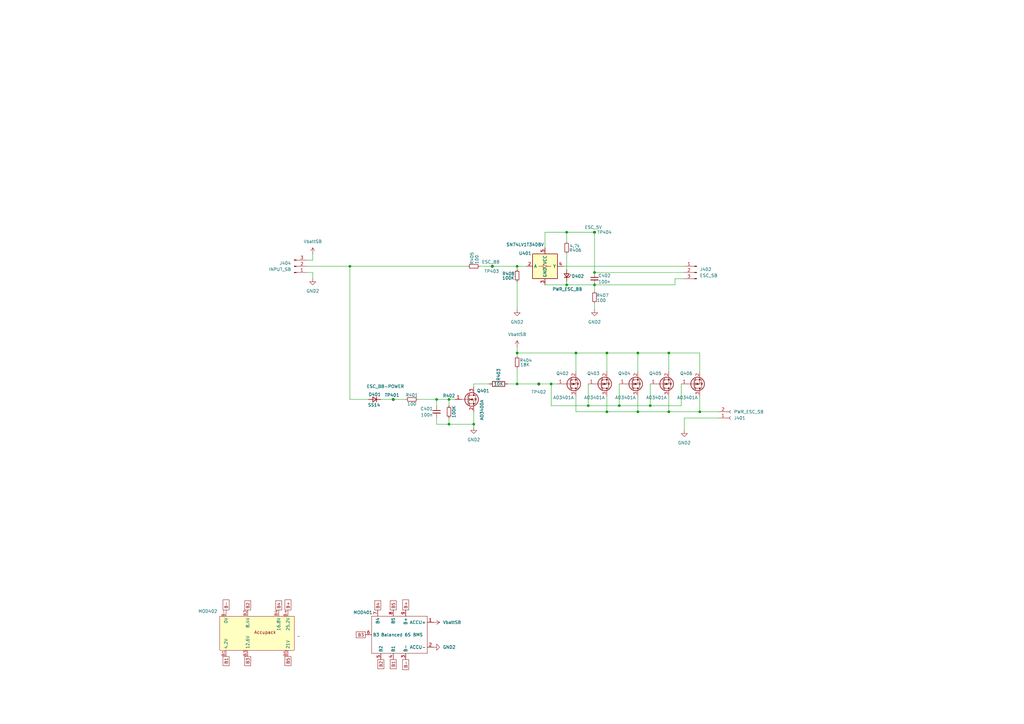
<source format=kicad_sch>
(kicad_sch (version 20231120) (generator "eeschema") (generator_version "8.0")
  (paper "A3")
  (lib_symbols
    (symbol "+3.3V_1" (power) (pin_numbers hide) (pin_names (offset 0) hide)
      (property "Value" "+3.3V" (at 0 3.556 0))
      (symbol "+3.3V_1_0_1"
        (polyline (pts (xy -0.762 1.27) (xy 0 2.54)))
        (polyline (pts (xy 0 0) (xy 0 2.54)))
        (polyline (pts (xy 0 2.54) (xy 0.762 1.27)))
      )
      (symbol "+3.3V_1_1_1"
        (pin power_in line (at 0 0 90) (length 0) (name "~") (number "1"))
      )
    )
    (symbol "Connector:Conn_01x02_Socket" (pin_names (offset 1.016) hide)
      (property "Reference" "J" (at 0 2.54 0))
      (property "Value" "Conn_01x02_Socket" (at 0 -5.08 0))
      (symbol "Conn_01x02_Socket_1_1"
        (arc (start 0 -2.032) (mid -0.5058 -2.54) (end 0 -3.048) (stroke (width 0.1524)))
        (polyline (pts (xy -1.27 -2.54) (xy -0.508 -2.54)) (stroke (width 0.1524)))
        (polyline (pts (xy -1.27 0) (xy -0.508 0)) (stroke (width 0.1524)))
        (arc (start 0 0.508) (mid -0.5058 0) (end 0 -0.508) (stroke (width 0.1524)))
        (pin passive line (at -5.08 0 0) (length 3.81) (name "Pin_1") (number "1"))
        (pin passive line (at -5.08 -2.54 0) (length 3.81) (name "Pin_2") (number "2"))
      )
    )
    (symbol "Connector:Conn_01x03_Pin" (pin_names (offset 1.016) hide)
      (property "Reference" "J" (at 0 5.08 0))
      (property "Value" "Conn_01x03_Pin" (at 0 -5.08 0))
      (symbol "Conn_01x03_Pin_1_1"
        (polyline (pts (xy 1.27 -2.54) (xy 0.8636 -2.54)) (stroke (width 0.1524)))
        (polyline (pts (xy 1.27 0) (xy 0.8636 0)) (stroke (width 0.1524)))
        (polyline (pts (xy 1.27 2.54) (xy 0.8636 2.54)) (stroke (width 0.1524)))
        (rectangle (start 0.8636 -2.413) (end 0 -2.667) (stroke (width 0.1524)) (fill (type outline)))
        (rectangle (start 0.8636 0.127) (end 0 -0.127) (stroke (width 0.1524)) (fill (type outline)))
        (rectangle (start 0.8636 2.667) (end 0 2.413) (stroke (width 0.1524)) (fill (type outline)))
        (pin passive line (at 5.08 2.54 180) (length 3.81) (name "Pin_1") (number "1"))
        (pin passive line (at 5.08 0 180) (length 3.81) (name "Pin_2") (number "2"))
        (pin passive line (at 5.08 -2.54 180) (length 3.81) (name "Pin_3") (number "3"))
      )
    )
    (symbol "Connector:TestPoint_Small" (pin_numbers hide) (pin_names (offset 0.762) hide)
      (property "Reference" "TP" (at 0 3.81 0))
      (property "Value" "TestPoint_Small" (at 0 2.032 0))
      (symbol "TestPoint_Small_0_1"
        (circle (center 0 0) (radius 0.508))
      )
      (symbol "TestPoint_Small_1_1"
        (pin passive line (at 0 0 90) (length 0) (name "1") (number "1"))
      )
    )
    (symbol "Device:C_Small" (pin_numbers hide) (pin_names (offset 0.254) hide)
      (property "Reference" "C" (at 0.254 1.778 0))
      (property "Value" "C_Small" (at 0.254 -2.032 0))
      (symbol "C_Small_0_1"
        (polyline (pts (xy -1.524 -0.508) (xy 1.524 -0.508)) (stroke (width 0.3302)))
        (polyline (pts (xy -1.524 0.508) (xy 1.524 0.508)) (stroke (width 0.3048)))
      )
      (symbol "C_Small_1_1"
        (pin passive line (at 0 2.54 270) (length 2.032) (name "~") (number "1"))
        (pin passive line (at 0 -2.54 90) (length 2.032) (name "~") (number "2"))
      )
    )
    (symbol "Device:D_Small" (pin_numbers hide) (pin_names (offset 0.254) hide)
      (property "Reference" "D" (at -1.27 2.032 0))
      (property "Value" "D_Small" (at -3.81 -2.032 0))
      (symbol "D_Small_0_1"
        (polyline (pts (xy -0.762 -1.016) (xy -0.762 1.016)) (stroke (width 0.254)))
        (polyline (pts (xy -0.762 0) (xy 0.762 0)))
        (polyline (pts (xy 0.762 -1.016) (xy -0.762 0) (xy 0.762 1.016) (xy 0.762 -1.016)) (stroke (width 0.254)))
      )
      (symbol "D_Small_1_1"
        (pin passive line (at -2.54 0 0) (length 1.778) (name "K") (number "1"))
        (pin passive line (at 2.54 0 180) (length 1.778) (name "A") (number "2"))
      )
    )
    (symbol "Device:LED_Small" (pin_numbers hide) (pin_names (offset 0.254) hide)
      (property "Reference" "D" (at -1.27 3.175 0))
      (property "Value" "LED_Small" (at -4.445 -2.54 0))
      (symbol "LED_Small_0_1"
        (polyline (pts (xy -0.762 -1.016) (xy -0.762 1.016)) (stroke (width 0.254)))
        (polyline (pts (xy 1.016 0) (xy -0.762 0)))
        (polyline (pts (xy 0.762 -1.016) (xy -0.762 0) (xy 0.762 1.016) (xy 0.762 -1.016)) (stroke (width 0.254)))
        (polyline (pts (xy 0 0.762) (xy -0.508 1.27) (xy -0.254 1.27) (xy -0.508 1.27) (xy -0.508 1.016)))
        (polyline (pts (xy 0.508 1.27) (xy 0 1.778) (xy 0.254 1.778) (xy 0 1.778) (xy 0 1.524)))
      )
      (symbol "LED_Small_1_1"
        (pin passive line (at -2.54 0 0) (length 1.778) (name "K") (number "1"))
        (pin passive line (at 2.54 0 180) (length 1.778) (name "A") (number "2"))
      )
    )
    (symbol "Device:R" (pin_numbers hide) (pin_names (offset 0))
      (property "Reference" "R" (at 2.032 0 90))
      (property "Value" "R" (at 0 0 90))
      (symbol "R_0_1"
        (rectangle (start -1.016 -2.54) (end 1.016 2.54) (stroke (width 0.254)))
      )
      (symbol "R_1_1"
        (pin passive line (at 0 3.81 270) (length 1.27) (name "~") (number "1"))
        (pin passive line (at 0 -3.81 90) (length 1.27) (name "~") (number "2"))
      )
    )
    (symbol "Device:R_Small" (pin_numbers hide) (pin_names (offset 0.254) hide)
      (property "Reference" "R" (at 0.762 0.508 0))
      (property "Value" "R_Small" (at 0.762 -1.016 0))
      (symbol "R_Small_0_1"
        (rectangle (start -0.762 1.778) (end 0.762 -1.778) (stroke (width 0.2032)))
      )
      (symbol "R_Small_1_1"
        (pin passive line (at 0 2.54 270) (length 0.762) (name "~") (number "1"))
        (pin passive line (at 0 -2.54 90) (length 0.762) (name "~") (number "2"))
      )
    )
    (symbol "Logic_LevelTranslator:SN74LV1T34DBV"
      (property "Reference" "U" (at 5.08 6.35 0))
      (property "Value" "SN74LV1T34DBV" (at 5.08 3.81 0))
      (symbol "SN74LV1T34DBV_0_1"
        (rectangle (start -5.08 5.08) (end 5.08 -5.08) (stroke (width 0.254)) (fill (type background)))
        (polyline (pts (xy -0.762 0) (xy -2.54 0)))
        (polyline (pts (xy 1.016 0) (xy 2.54 0)))
      )
      (symbol "SN74LV1T34DBV_1_1"
        (polyline (pts (xy -0.762 -0.762) (xy -0.762 0.762) (xy 1.016 0) (xy -0.762 -0.762)))
        (pin no_connect line (at -5.08 2.54 0) (length 2.54) hide (name "NC") (number "1"))
        (pin input line (at -7.62 0 0) (length 2.54) (name "A") (number "2"))
        (pin power_in line (at 0 -7.62 90) (length 2.54) (name "GND") (number "3"))
        (pin output line (at 7.62 0 180) (length 2.54) (name "Y") (number "4"))
        (pin power_in line (at 0 7.62 270) (length 2.54) (name "VCC") (number "5"))
      )
    )
    (symbol "NicE:Accupack_6C"
      (property "Reference" "MOD" (at -20.32 2.794 0))
      (symbol "Accupack_6C_1_1"
        (rectangle (start -17.78 6.35) (end 12.7 -7.62) (fill (type background)))
        (text "Accupack" (at 0.762 -0.254 0) (effects (font (size 1.27 1.27))))
        (pin passive line (at 10.16 8.89 270) (length 2.54) (name "25.2V") (number "B+"))
        (pin passive line (at -15.24 8.89 270) (length 2.54) (name "0V") (number "B-"))
        (pin passive line (at -15.24 -10.16 90) (length 2.54) (name "4.2V") (number "B1"))
        (pin passive line (at -6.35 8.89 270) (length 2.54) (name "8.4V") (number "B2"))
        (pin passive line (at -6.35 -10.16 90) (length 2.54) (name "12.6V") (number "B3"))
        (pin passive line (at 6.35 8.89 270) (length 2.54) (name "16.8V") (number "B4"))
        (pin passive line (at 10.16 -10.16 90) (length 2.54) (name "21V") (number "B5"))
      )
    )
    (symbol "NicE:BMS_6S_14A"
      (property "Reference" "MOD" (at 9.398 23.368 0))
      (property "Value" "Balanced 6S BMS" (at 2.54 0 0))
      (symbol "BMS_6S_14A_1_1"
        (text_box "" (at -11.43 7.62 0) (size 22.86 -15.24) (fill (type color)) (effects (font (size 1.27 1.27)) (justify left top)))
        (pin bidirectional line (at 13.97 5.08 180) (length 2.54) (name "ACCU+") (number "1"))
        (pin passive line (at 13.97 -5.08 180) (length 2.54) (name "ACCU-") (number "2"))
        (pin passive line (at 2.54 -10.16 90) (length 2.54) (name "B-") (number "3"))
        (pin input line (at -2.54 -10.16 90) (length 2.54) (name "B1") (number "4"))
        (pin input line (at -7.62 -10.16 90) (length 2.54) (name "B2") (number "5"))
        (pin input line (at -13.97 0 0) (length 2.54) (name "B3") (number "6"))
        (pin input line (at -8.89 10.16 270) (length 2.54) (name "B4") (number "7"))
        (pin input line (at -2.54 10.16 270) (length 2.54) (name "B5") (number "8"))
        (pin bidirectional line (at 2.54 10.16 270) (length 2.54) (name "B+") (number "9"))
      )
    )
    (symbol "Transistor_FET:2N7002" (pin_names hide)
      (property "Reference" "Q" (at 5.08 1.905 0))
      (property "Value" "2N7002" (at 5.08 0 0))
      (symbol "2N7002_0_1"
        (polyline (pts (xy 0.254 0) (xy -2.54 0)))
        (polyline (pts (xy 0.254 1.905) (xy 0.254 -1.905)) (stroke (width 0.254)))
        (polyline (pts (xy 0.762 -1.27) (xy 0.762 -2.286)) (stroke (width 0.254)))
        (polyline (pts (xy 0.762 0.508) (xy 0.762 -0.508)) (stroke (width 0.254)))
        (polyline (pts (xy 0.762 2.286) (xy 0.762 1.27)) (stroke (width 0.254)))
        (polyline (pts (xy 2.54 2.54) (xy 2.54 1.778)))
        (polyline (pts (xy 2.54 -2.54) (xy 2.54 0) (xy 0.762 0)))
        (polyline (pts (xy 0.762 -1.778) (xy 3.302 -1.778) (xy 3.302 1.778) (xy 0.762 1.778)))
        (polyline (pts (xy 1.016 0) (xy 2.032 0.381) (xy 2.032 -0.381) (xy 1.016 0)) (fill (type outline)))
        (polyline (pts (xy 2.794 0.508) (xy 2.921 0.381) (xy 3.683 0.381) (xy 3.81 0.254)))
        (polyline (pts (xy 3.302 0.381) (xy 2.921 -0.254) (xy 3.683 -0.254) (xy 3.302 0.381)))
        (circle (center 1.651 0) (radius 2.794) (stroke (width 0.254)))
        (circle (center 2.54 -1.778) (radius 0.254) (fill (type outline)))
        (circle (center 2.54 1.778) (radius 0.254) (fill (type outline)))
      )
      (symbol "2N7002_1_1"
        (pin input line (at -5.08 0 0) (length 2.54) (name "G") (number "1"))
        (pin passive line (at 2.54 -5.08 90) (length 2.54) (name "S") (number "2"))
        (pin passive line (at 2.54 5.08 270) (length 2.54) (name "D") (number "3"))
      )
    )
    (symbol "Transistor_FET:AO3401A" (pin_names hide)
      (property "Reference" "Q" (at 5.08 1.905 0))
      (property "Value" "AO3401A" (at 5.08 0 0))
      (symbol "AO3401A_0_1"
        (polyline (pts (xy 0.254 0) (xy -2.54 0)))
        (polyline (pts (xy 0.254 1.905) (xy 0.254 -1.905)) (stroke (width 0.254)))
        (polyline (pts (xy 0.762 -1.27) (xy 0.762 -2.286)) (stroke (width 0.254)))
        (polyline (pts (xy 0.762 0.508) (xy 0.762 -0.508)) (stroke (width 0.254)))
        (polyline (pts (xy 0.762 2.286) (xy 0.762 1.27)) (stroke (width 0.254)))
        (polyline (pts (xy 2.54 2.54) (xy 2.54 1.778)))
        (polyline (pts (xy 2.54 -2.54) (xy 2.54 0) (xy 0.762 0)))
        (polyline (pts (xy 0.762 1.778) (xy 3.302 1.778) (xy 3.302 -1.778) (xy 0.762 -1.778)))
        (polyline (pts (xy 2.286 0) (xy 1.27 0.381) (xy 1.27 -0.381) (xy 2.286 0)) (fill (type outline)))
        (polyline (pts (xy 2.794 -0.508) (xy 2.921 -0.381) (xy 3.683 -0.381) (xy 3.81 -0.254)))
        (polyline (pts (xy 3.302 -0.381) (xy 2.921 0.254) (xy 3.683 0.254) (xy 3.302 -0.381)))
        (circle (center 1.651 0) (radius 2.794) (stroke (width 0.254)))
        (circle (center 2.54 -1.778) (radius 0.254) (fill (type outline)))
        (circle (center 2.54 1.778) (radius 0.254) (fill (type outline)))
      )
      (symbol "AO3401A_1_1"
        (pin input line (at -5.08 0 0) (length 2.54) (name "G") (number "1"))
        (pin passive line (at 2.54 -5.08 90) (length 2.54) (name "S") (number "2"))
        (pin passive line (at 2.54 5.08 270) (length 2.54) (name "D") (number "3"))
      )
    )
    (symbol "power:GND2" (power) (pin_numbers hide) (pin_names (offset 0) hide)
      (property "Value" "GND2" (at 0 -3.81 0))
      (symbol "GND2_0_1"
        (polyline (pts (xy 0 0) (xy 0 -1.27) (xy 1.27 -1.27) (xy 0 -2.54) (xy -1.27 -1.27) (xy 0 -1.27)))
      )
      (symbol "GND2_1_1"
        (pin power_in line (at 0 0 270) (length 0) (name "~") (number "1"))
      )
    )
  )
  (junction (at 220.98 157.48))
  (junction (at 194.31 173.99))
  (junction (at 161.29 163.83))
  (junction (at 226.06 157.48))
  (junction (at 241.3 166.37))
  (junction (at 243.84 95.25))
  (junction (at 212.09 109.22))
  (junction (at 266.7 166.37))
  (junction (at 274.32 144.78))
  (junction (at 243.84 116.84))
  (junction (at 143.51 109.22))
  (junction (at 232.41 95.25))
  (junction (at 274.32 168.91))
  (junction (at 184.15 163.83))
  (junction (at 212.09 157.48))
  (junction (at 179.07 163.83))
  (junction (at 184.15 173.99))
  (junction (at 261.62 144.78))
  (junction (at 232.41 116.84))
  (junction (at 287.02 168.91))
  (junction (at 243.84 111.76))
  (junction (at 212.09 144.78))
  (junction (at 261.62 168.91))
  (junction (at 201.93 109.22))
  (junction (at 236.22 144.78))
  (junction (at 248.92 168.91))
  (junction (at 254 166.37))
  (junction (at 248.92 144.78))
  (wire (pts (xy 236.22 144.78) (xy 236.22 152.4)))
  (wire (pts (xy 128.27 106.68) (xy 125.73 106.68)))
  (wire (pts (xy 261.62 144.78) (xy 274.32 144.78)))
  (wire (pts (xy 156.21 163.83) (xy 161.29 163.83)))
  (wire (pts (xy 248.92 144.78) (xy 248.92 152.4)))
  (wire (pts (xy 212.09 109.22) (xy 215.9 109.22)))
  (wire (pts (xy 243.84 95.25) (xy 243.84 111.76)))
  (wire (pts (xy 151.13 163.83) (xy 143.51 163.83)))
  (wire (pts (xy 186.69 163.83) (xy 184.15 163.83)))
  (wire (pts (xy 232.41 95.25) (xy 243.84 95.25)))
  (wire (pts (xy 179.07 171.45) (xy 179.07 173.99)))
  (wire (pts (xy 266.7 166.37) (xy 254 166.37)))
  (wire (pts (xy 232.41 116.84) (xy 243.84 116.84)))
  (wire (pts (xy 201.93 109.22) (xy 212.09 109.22)))
  (wire (pts (xy 248.92 162.56) (xy 248.92 168.91)))
  (wire (pts (xy 179.07 163.83) (xy 179.07 166.37)))
  (wire (pts (xy 220.98 157.48) (xy 226.06 157.48)))
  (wire (pts (xy 274.32 168.91) (xy 287.02 168.91)))
  (wire (pts (xy 243.84 116.84) (xy 243.84 119.38)))
  (wire (pts (xy 194.31 157.48) (xy 194.31 158.75)))
  (wire (pts (xy 212.09 109.22) (xy 212.09 110.49)))
  (wire (pts (xy 232.41 95.25) (xy 232.41 99.06)))
  (wire (pts (xy 232.41 104.14) (xy 232.41 110.49)))
  (wire (pts (xy 254 157.48) (xy 254 166.37)))
  (wire (pts (xy 196.85 109.22) (xy 201.93 109.22)))
  (wire (pts (xy 184.15 173.99) (xy 194.31 173.99)))
  (wire (pts (xy 274.32 162.56) (xy 274.32 168.91)))
  (wire (pts (xy 200.66 157.48) (xy 194.31 157.48)))
  (wire (pts (xy 212.09 142.24) (xy 212.09 144.78)))
  (wire (pts (xy 226.06 157.48) (xy 226.06 166.37)))
  (wire (pts (xy 128.27 104.14) (xy 128.27 106.68)))
  (wire (pts (xy 279.4 157.48) (xy 279.4 166.37)))
  (wire (pts (xy 212.09 144.78) (xy 236.22 144.78)))
  (wire (pts (xy 212.09 157.48) (xy 220.98 157.48)))
  (wire (pts (xy 236.22 144.78) (xy 248.92 144.78)))
  (wire (pts (xy 280.67 114.3) (xy 276.86 114.3)))
  (wire (pts (xy 280.67 171.45) (xy 280.67 176.53)))
  (wire (pts (xy 212.09 144.78) (xy 212.09 146.05)))
  (wire (pts (xy 261.62 144.78) (xy 261.62 152.4)))
  (wire (pts (xy 241.3 166.37) (xy 226.06 166.37)))
  (wire (pts (xy 212.09 151.13) (xy 212.09 157.48)))
  (wire (pts (xy 143.51 109.22) (xy 191.77 109.22)))
  (wire (pts (xy 243.84 124.46) (xy 243.84 127)))
  (wire (pts (xy 125.73 109.22) (xy 143.51 109.22)))
  (wire (pts (xy 232.41 115.57) (xy 232.41 116.84)))
  (wire (pts (xy 143.51 163.83) (xy 143.51 109.22)))
  (wire (pts (xy 287.02 144.78) (xy 287.02 152.4)))
  (wire (pts (xy 228.6 157.48) (xy 226.06 157.48)))
  (wire (pts (xy 223.52 116.84) (xy 232.41 116.84)))
  (wire (pts (xy 184.15 171.45) (xy 184.15 173.99)))
  (wire (pts (xy 179.07 173.99) (xy 184.15 173.99)))
  (wire (pts (xy 294.64 171.45) (xy 280.67 171.45)))
  (wire (pts (xy 223.52 95.25) (xy 232.41 95.25)))
  (wire (pts (xy 184.15 163.83) (xy 184.15 166.37)))
  (wire (pts (xy 194.31 175.26) (xy 194.31 173.99)))
  (wire (pts (xy 274.32 144.78) (xy 274.32 152.4)))
  (wire (pts (xy 179.07 163.83) (xy 171.45 163.83)))
  (wire (pts (xy 194.31 173.99) (xy 194.31 168.91)))
  (wire (pts (xy 241.3 157.48) (xy 241.3 166.37)))
  (wire (pts (xy 128.27 111.76) (xy 125.73 111.76)))
  (wire (pts (xy 236.22 168.91) (xy 248.92 168.91)))
  (wire (pts (xy 287.02 162.56) (xy 287.02 168.91)))
  (wire (pts (xy 266.7 157.48) (xy 266.7 166.37)))
  (wire (pts (xy 243.84 116.84) (xy 276.86 116.84)))
  (wire (pts (xy 161.29 163.83) (xy 166.37 163.83)))
  (wire (pts (xy 128.27 114.3) (xy 128.27 111.76)))
  (wire (pts (xy 248.92 168.91) (xy 261.62 168.91)))
  (wire (pts (xy 248.92 144.78) (xy 261.62 144.78)))
  (wire (pts (xy 236.22 162.56) (xy 236.22 168.91)))
  (wire (pts (xy 287.02 168.91) (xy 294.64 168.91)))
  (wire (pts (xy 184.15 163.83) (xy 179.07 163.83)))
  (wire (pts (xy 261.62 168.91) (xy 274.32 168.91)))
  (wire (pts (xy 212.09 115.57) (xy 212.09 127)))
  (wire (pts (xy 243.84 111.76) (xy 280.67 111.76)))
  (wire (pts (xy 261.62 162.56) (xy 261.62 168.91)))
  (wire (pts (xy 254 166.37) (xy 241.3 166.37)))
  (wire (pts (xy 223.52 95.25) (xy 223.52 101.6)))
  (wire (pts (xy 231.14 109.22) (xy 280.67 109.22)))
  (wire (pts (xy 274.32 144.78) (xy 287.02 144.78)))
  (wire (pts (xy 212.09 157.48) (xy 208.28 157.48)))
  (wire (pts (xy 266.7 166.37) (xy 279.4 166.37)))
  (wire (pts (xy 276.86 114.3) (xy 276.86 116.84)))
  (global_label "B5" (shape passive) (at 161.29 250.19 90) (property "Intersheetrefs" "${INTERSHEET_REFS}" (effects (hide yes))))
  (global_label "B-" (shape passive) (at 92.71 250.19 90) (property "Intersheetrefs" "${INTERSHEET_REFS}" (effects (hide yes))))
  (global_label "B3" (shape passive) (at 101.6 269.24 270) (property "Intersheetrefs" "${INTERSHEET_REFS}" (effects (hide yes))))
  (global_label "B3" (shape passive) (at 149.86 260.35 180) (property "Intersheetrefs" "${INTERSHEET_REFS}" (effects (hide yes))))
  (global_label "B2" (shape passive) (at 156.21 270.51 270) (property "Intersheetrefs" "${INTERSHEET_REFS}" (effects (hide yes))))
  (global_label "B-" (shape passive) (at 166.37 270.51 270) (property "Intersheetrefs" "${INTERSHEET_REFS}" (effects (hide yes))))
  (global_label "B4" (shape passive) (at 114.3 250.19 90) (property "Intersheetrefs" "${INTERSHEET_REFS}" (effects (hide yes))))
  (global_label "B1" (shape passive) (at 92.71 269.24 270) (property "Intersheetrefs" "${INTERSHEET_REFS}" (effects (hide yes))))
  (global_label "B4" (shape passive) (at 154.94 250.19 90) (property "Intersheetrefs" "${INTERSHEET_REFS}" (effects (hide yes))))
  (global_label "B5" (shape passive) (at 118.11 269.24 270) (property "Intersheetrefs" "${INTERSHEET_REFS}" (effects (hide yes))))
  (global_label "B2" (shape passive) (at 101.6 250.19 90) (property "Intersheetrefs" "${INTERSHEET_REFS}" (effects (hide yes))))
  (global_label "B+" (shape passive) (at 118.11 250.19 90) (property "Intersheetrefs" "${INTERSHEET_REFS}" (effects (hide yes))))
  (global_label "B1" (shape passive) (at 161.29 270.51 270) (property "Intersheetrefs" "${INTERSHEET_REFS}" (effects (hide yes))))
  (global_label "B+" (shape passive) (at 166.37 250.19 90) (property "Intersheetrefs" "${INTERSHEET_REFS}" (effects (hide yes))))
  (symbol (lib_id "Connector:Conn_01x02_Socket") (at 299.72 171.45 0) (mirror x) (unit 1)
    (property "Reference" "J401" (at 300.99 171.4501 0) (effects (justify left)))
    (property "Value" "PWR_ESC_SB" (at 300.99 168.9101 0) (effects (justify left)))
    (property "Footprint" "Connector_Wire:SolderWire-0.75sqmm_1x02_P4.8mm_D1.25mm_OD2.3mm" (effects (hide yes)))
  )
  (symbol (lib_name "+3.3V_1") (lib_id "power:+3.3V") (at 177.8 255.27 270) (mirror x) (unit 1)
    (property "Reference" "#PWR0410" (effects (hide yes)))
    (property "Value" "VbattSB" (at 181.61 255.2699 90) (effects (justify left)))
    (property "Description" "Power symbol creates a global label with name \"+3.3V\"" (effects (hide yes)))
  )
  (symbol (lib_id "Device:R") (at 204.47 157.48 90) (unit 1)
    (property "Reference" "R403" (at 204.47 156.21 0) (effects (justify left)))
    (property "Value" "10K" (at 204.47 157.48 90))
    (property "Footprint" "A_Device:R_0603" (effects (hide yes)))
    (property "Farnell" "2331736" (effects (hide yes)))
    (property "MF" "TE CONNECTIVITY" (effects (hide yes)))
    (property "MFN" "CRGH0603F10K" (effects (hide yes)))
    (property "LCSC" "C25804" (effects (hide yes)))
  )
  (symbol (lib_id "Device:R_Small") (at 243.84 121.92 180) (unit 1)
    (property "Reference" "R407" (at 247.142 121.158 0))
    (property "Value" "100" (at 246.634 123.19 0))
    (property "Footprint" "A_Device:R_0603" (effects (hide yes)))
    (property "Description" "Resistor, small symbol" (effects (hide yes)))
    (property "LCSC" "C22775" (effects (hide yes)))
  )
  (symbol (lib_id "Device:LED_Small") (at 232.41 113.03 270) (mirror x) (unit 1)
    (property "Reference" "D402" (at 236.982 113.284 90))
    (property "Value" "PWR_ESC_BB" (at 232.664 118.618 90))
    (property "Footprint" "LED_SMD:LED_0603_1608Metric" (effects (hide yes)))
    (property "Datasheet" "https://datasheet.lcsc.com/szlcsc/Hubei-KENTO-Elec-KT-0603R_C2286.pdf" (effects (hide yes)))
    (property "LCSC" "C2286" (effects (hide yes)))
  )
  (symbol (lib_id "Device:R_Small") (at 232.41 101.6 0) (mirror x) (unit 1)
    (property "Reference" "R406" (at 235.966 102.616 0))
    (property "Value" "4.7k" (at 235.712 100.838 0))
    (property "Footprint" "A_Device:R_0603" (effects (hide yes)))
    (property "LCSC" "C4177" (effects (hide yes)))
  )
  (symbol (lib_id "Transistor_FET:AO3401A") (at 259.08 157.48 0) (mirror x) (unit 1)
    (property "Reference" "Q404" (at 253.492 153.162 0) (effects (justify left)))
    (property "Value" "AO3401A" (at 252.222 163.068 0) (effects (justify left)))
    (property "Footprint" "Package_TO_SOT_SMD:SOT-23" (effects (hide yes)))
    (property "Datasheet" "http://www.aosmd.com/pdfs/datasheet/AO3401A.pdf" (effects (hide yes)))
    (property "Description" "-4.0A Id, -30V Vds, P-Channel MOSFET, SOT-23" (effects (hide yes)))
    (property "LCSC" "C15127" (effects (hide yes)))
  )
  (symbol (lib_id "Transistor_FET:AO3401A") (at 246.38 157.48 0) (mirror x) (unit 1)
    (property "Reference" "Q403" (at 240.792 153.162 0) (effects (justify left)))
    (property "Value" "AO3401A" (at 239.522 163.068 0) (effects (justify left)))
    (property "Footprint" "Package_TO_SOT_SMD:SOT-23" (effects (hide yes)))
    (property "Datasheet" "http://www.aosmd.com/pdfs/datasheet/AO3401A.pdf" (effects (hide yes)))
    (property "Description" "-4.0A Id, -30V Vds, P-Channel MOSFET, SOT-23" (effects (hide yes)))
    (property "LCSC" "C15127" (effects (hide yes)))
  )
  (symbol (lib_id "Device:D_Small") (at 153.67 163.83 180) (unit 1)
    (property "Reference" "D401" (at 153.67 161.798 0))
    (property "Value" "SS14" (at 153.416 166.116 0))
    (property "Footprint" "A_Device:D_SMA_4.3x3x2.4" (effects (hide yes)))
    (property "Sim.Device" "D" (effects (hide yes)))
    (property "Sim.Pins" "1=K 2=A" (effects (hide yes)))
    (property "LCSC" "C2480" (effects (hide yes)))
  )
  (symbol (lib_id "power:GND2") (at 128.27 114.3 0) (unit 1)
    (property "Reference" "#PWR0301" (effects (hide yes)))
    (property "Value" "GND2" (at 128.27 119.38 0))
    (property "Description" "Power symbol creates a global label with name \"GND2\" , ground" (effects (hide yes)))
  )
  (symbol (lib_id "Device:C_Small") (at 243.84 114.3 0) (unit 1)
    (property "Reference" "C402" (at 245.364 113.03 0) (effects (justify left)))
    (property "Value" "100n" (at 245.364 115.57 0) (effects (justify left)))
    (property "Footprint" "A_Device:C_0603" (effects (hide yes)))
    (property "LCSC" "C14663" (effects (hide yes)))
  )
  (symbol (lib_id "Connector:Conn_01x03_Pin") (at 120.65 109.22 0) (mirror x) (unit 1)
    (property "Reference" "J404" (at 119.38 107.9499 0) (effects (justify right)))
    (property "Value" "INPUT_SB" (at 119.38 110.4899 0) (effects (justify right)))
    (property "Footprint" "Connector_Wire:SolderWire-0.75sqmm_1x03_P4.8mm_D1.25mm_OD2.3mm" (effects (hide yes)))
    (property "Description" "Generic connector, single row, 01x03, script generated" (effects (hide yes)))
  )
  (symbol (lib_id "Device:R_Small") (at 212.09 113.03 0) (mirror y) (unit 1)
    (property "Reference" "R408" (at 211.074 112.268 0) (effects (justify left)))
    (property "Value" "100K" (at 211.074 114.046 0) (effects (justify left)))
    (property "Footprint" "A_Device:R_0603" (effects (hide yes)))
    (property "Description" "Resistor, small symbol" (effects (hide yes)))
    (property "LCSC" "C25804" (effects (hide yes)))
  )
  (symbol (lib_id "Connector:Conn_01x03_Pin") (at 285.75 111.76 0) (mirror y) (unit 1)
    (property "Reference" "J402" (at 287.02 110.4899 0) (effects (justify right)))
    (property "Value" "ESC_SB" (at 287.02 113.0299 0) (effects (justify right)))
    (property "Footprint" "Connector_JST:JST_XH_B3B-XH-A_1x03_P2.50mm_Vertical" (effects (hide yes)))
    (property "Description" "Generic connector, single row, 01x03, script generated" (effects (hide yes)))
    (property "LCSC" "C5341202" (effects (hide yes)))
  )
  (symbol (lib_id "Connector:TestPoint_Small") (at 243.84 95.25 0) (unit 1) (in_bom no)
    (property "Reference" "TP404" (at 244.856 95.25 0) (effects (justify left)))
    (property "Value" "ESC_5V" (at 239.776 93.218 0) (effects (justify left)))
    (property "Footprint" "A_Pads_Pins:Testpad_1" (effects (hide yes)))
    (property "Description" "test point" (effects (hide yes)))
  )
  (symbol (lib_id "Transistor_FET:AO3401A") (at 233.68 157.48 0) (mirror x) (unit 1)
    (property "Reference" "Q402" (at 228.092 153.162 0) (effects (justify left)))
    (property "Value" "AO3401A" (at 226.822 163.068 0) (effects (justify left)))
    (property "Footprint" "Package_TO_SOT_SMD:SOT-23" (effects (hide yes)))
    (property "Datasheet" "http://www.aosmd.com/pdfs/datasheet/AO3401A.pdf" (effects (hide yes)))
    (property "Description" "-4.0A Id, -30V Vds, P-Channel MOSFET, SOT-23" (effects (hide yes)))
    (property "LCSC" "C15127" (effects (hide yes)))
  )
  (symbol (lib_id "Device:R_Small") (at 184.15 168.91 0) (mirror y) (unit 1)
    (property "Reference" "R402" (at 186.69 162.306 0) (effects (justify left)))
    (property "Value" "100K" (at 186.182 171.45 90) (effects (justify left)))
    (property "Footprint" "A_Device:R_0603" (effects (hide yes)))
    (property "Description" "Resistor, small symbol" (effects (hide yes)))
    (property "LCSC" "C25804" (effects (hide yes)))
  )
  (symbol (lib_id "Transistor_FET:2N7002") (at 191.77 163.83 0) (unit 1)
    (property "Reference" "Q401" (at 195.58 160.274 0) (effects (justify left)))
    (property "Value" "AO3400A" (at 197.612 172.466 90) (effects (justify left)))
    (property "Footprint" "Package_TO_SOT_SMD:SOT-23" (effects (hide yes)))
    (property "Datasheet" "https://wmsc.lcsc.com/wmsc/upload/file/pdf/v2/lcsc/1811081213_Alpha---Omega-Semicon-AO3400A_C20917.pdf" (effects (hide yes)))
    (property "Description" "5.7A Id, 30V Vds, N-Channel MOSFET, SOT-23" (effects (hide yes)))
    (property "LCSC" "C20917" (effects (hide yes)))
  )
  (symbol (lib_name "+3.3V_1") (lib_id "power:+3.3V") (at 212.09 142.24 0) (unit 1)
    (property "Reference" "#PWR0402" (effects (hide yes)))
    (property "Value" "VbattSB" (at 212.09 137.16 0))
    (property "Description" "Power symbol creates a global label with name \"+3.3V\"" (effects (hide yes)))
  )
  (symbol (lib_id "Connector:TestPoint_Small") (at 201.93 109.22 0) (unit 1) (in_bom no)
    (property "Reference" "TP403" (at 198.628 111.252 0) (effects (justify left)))
    (property "Value" "ESC_BB" (at 197.612 107.442 0) (effects (justify left)))
    (property "Footprint" "A_Pads_Pins:Testpad_1" (effects (hide yes)))
    (property "Description" "test point" (effects (hide yes)))
  )
  (symbol (lib_id "Connector:TestPoint_Small") (at 161.29 163.83 0) (unit 1) (in_bom no)
    (property "Reference" "TP401" (at 157.734 162.052 0) (effects (justify left)))
    (property "Value" "ESC_BB-POWER" (at 150.368 158.496 0) (effects (justify left)))
    (property "Footprint" "A_Pads_Pins:Testpad_1" (effects (hide yes)))
    (property "Description" "test point" (effects (hide yes)))
  )
  (symbol (lib_id "power:GND2") (at 212.09 127 0) (unit 1)
    (property "Reference" "#PWR0302" (effects (hide yes)))
    (property "Value" "GND2" (at 212.09 132.08 0))
    (property "Description" "Power symbol creates a global label with name \"GND2\" , ground" (effects (hide yes)))
  )
  (symbol (lib_id "Transistor_FET:AO3401A") (at 284.48 157.48 0) (mirror x) (unit 1)
    (property "Reference" "Q406" (at 278.892 153.162 0) (effects (justify left)))
    (property "Value" "AO3401A" (at 277.622 163.068 0) (effects (justify left)))
    (property "Footprint" "Package_TO_SOT_SMD:SOT-23" (effects (hide yes)))
    (property "Datasheet" "http://www.aosmd.com/pdfs/datasheet/AO3401A.pdf" (effects (hide yes)))
    (property "Description" "-4.0A Id, -30V Vds, P-Channel MOSFET, SOT-23" (effects (hide yes)))
    (property "LCSC" "C15127" (effects (hide yes)))
  )
  (symbol (lib_id "NicE:Accupack_6C") (at 107.95 259.08 0) (unit 1)
    (property "Reference" "MOD402" (at 81.28 250.698 0) (effects (justify left)))
    (property "Value" "~" (at 121.92 260.985 0) (effects (justify left)))
    (property "Footprint" "A_Mechanical:Accupack_6C" (effects (hide yes)))
  )
  (symbol (lib_id "power:GND2") (at 243.84 127 0) (unit 1)
    (property "Reference" "#PWR0303" (effects (hide yes)))
    (property "Value" "GND2" (at 243.84 132.08 0))
    (property "Description" "Power symbol creates a global label with name \"GND2\" , ground" (effects (hide yes)))
  )
  (symbol (lib_name "+3.3V_1") (lib_id "power:+3.3V") (at 128.27 104.14 0) (mirror y) (unit 1)
    (property "Reference" "#PWR0407" (effects (hide yes)))
    (property "Value" "VbattSB" (at 128.27 99.06 0))
    (property "Description" "Power symbol creates a global label with name \"+3.3V\"" (effects (hide yes)))
  )
  (symbol (lib_id "Device:R_Small") (at 194.31 109.22 270) (unit 1)
    (property "Reference" "R405" (at 193.548 105.918 0))
    (property "Value" "100" (at 195.58 106.426 0))
    (property "Footprint" "A_Device:R_0603" (effects (hide yes)))
    (property "Description" "Resistor, small symbol" (effects (hide yes)))
    (property "LCSC" "C22775" (effects (hide yes)))
  )
  (symbol (lib_id "Transistor_FET:AO3401A") (at 271.78 157.48 0) (mirror x) (unit 1)
    (property "Reference" "Q405" (at 266.192 153.162 0) (effects (justify left)))
    (property "Value" "AO3401A" (at 264.922 163.068 0) (effects (justify left)))
    (property "Footprint" "Package_TO_SOT_SMD:SOT-23" (effects (hide yes)))
    (property "Datasheet" "http://www.aosmd.com/pdfs/datasheet/AO3401A.pdf" (effects (hide yes)))
    (property "Description" "-4.0A Id, -30V Vds, P-Channel MOSFET, SOT-23" (effects (hide yes)))
    (property "LCSC" "C15127" (effects (hide yes)))
  )
  (symbol (lib_id "Device:R_Small") (at 168.91 163.83 270) (unit 1)
    (property "Reference" "R401" (at 168.91 162.052 90))
    (property "Value" "100" (at 168.91 165.608 90))
    (property "Footprint" "A_Device:R_0603" (effects (hide yes)))
    (property "Description" "Resistor, small symbol" (effects (hide yes)))
    (property "LCSC" "C22775" (effects (hide yes)))
  )
  (symbol (lib_id "power:GND2") (at 194.31 175.26 0) (unit 1)
    (property "Reference" "#PWR0305" (effects (hide yes)))
    (property "Value" "GND2" (at 194.31 180.34 0))
    (property "Description" "Power symbol creates a global label with name \"GND2\" , ground" (effects (hide yes)))
  )
  (symbol (lib_id "NicE:BMS_6S_14A") (at 163.83 260.35 0) (unit 1)
    (property "Reference" "MOD401" (at 148.844 251.206 0))
    (property "Value" "Balanced 6S BMS" (at 164.846 260.35 0))
    (property "Footprint" "A_Module:BMS_6S_14A" (effects (hide yes)))
    (property "Description" "HXYP-6S-CW15" (effects (hide yes)))
  )
  (symbol (lib_id "Connector:TestPoint_Small") (at 220.98 157.48 0) (unit 1) (in_bom no)
    (property "Reference" "TP402" (at 217.932 160.782 0) (effects (justify left)))
    (property "Value" "ESC_SB-POWER-5V" (effects (hide yes)))
    (property "Footprint" "A_Pads_Pins:Testpad_1" (effects (hide yes)))
    (property "Description" "test point" (effects (hide yes)))
  )
  (symbol (lib_id "Device:R_Small") (at 212.09 148.59 0) (unit 1)
    (property "Reference" "R404" (at 213.106 147.828 0) (effects (justify left)))
    (property "Value" "18K" (at 213.36 149.606 0) (effects (justify left)))
    (property "Footprint" "A_Device:R_0603" (effects (hide yes)))
    (property "Description" "Resistor, small symbol" (effects (hide yes)))
    (property "LCSC" "C25810" (effects (hide yes)))
  )
  (symbol (lib_id "power:GND2") (at 280.67 176.53 0) (unit 1)
    (property "Reference" "#PWR0304" (effects (hide yes)))
    (property "Value" "GND2" (at 280.67 181.61 0))
    (property "Description" "Power symbol creates a global label with name \"GND2\" , ground" (effects (hide yes)))
  )
  (symbol (lib_id "Logic_LevelTranslator:SN74LV1T34DBV") (at 223.52 109.22 0) (unit 1)
    (property "Reference" "U401" (at 215.392 103.886 0))
    (property "Value" "SN74LV1T34DBV" (at 215.392 100.33 0))
    (property "Footprint" "Package_TO_SOT_SMD:SOT-23-5" (effects (hide yes)))
    (property "Datasheet" "https://www.ti.com/lit/ds/symlink/sn74lv1t34.pdf" (effects (hide yes)))
    (property "Description" "Single Power Supply, Single Buffer GATE, CMOS Logic, Level Shifter, SOT-23-5" (effects (hide yes)))
    (property "LCSC" "C100024" (effects (hide yes)))
  )
  (symbol (lib_id "Device:C_Small") (at 179.07 168.91 0) (mirror y) (unit 1)
    (property "Reference" "C401" (at 177.546 167.64 0) (effects (justify left)))
    (property "Value" "100n" (at 177.546 170.18 0) (effects (justify left)))
    (property "Footprint" "A_Device:C_0603" (effects (hide yes)))
    (property "LCSC" "C14663" (effects (hide yes)))
  )
  (symbol (lib_id "power:GND2") (at 177.8 265.43 90) (unit 1)
    (property "Reference" "#PWR0306" (effects (hide yes)))
    (property "Value" "GND2" (at 181.61 265.4299 90) (effects (justify right)))
    (property "Description" "Power symbol creates a global label with name \"GND2\" , ground" (effects (hide yes)))
  )
)
</source>
